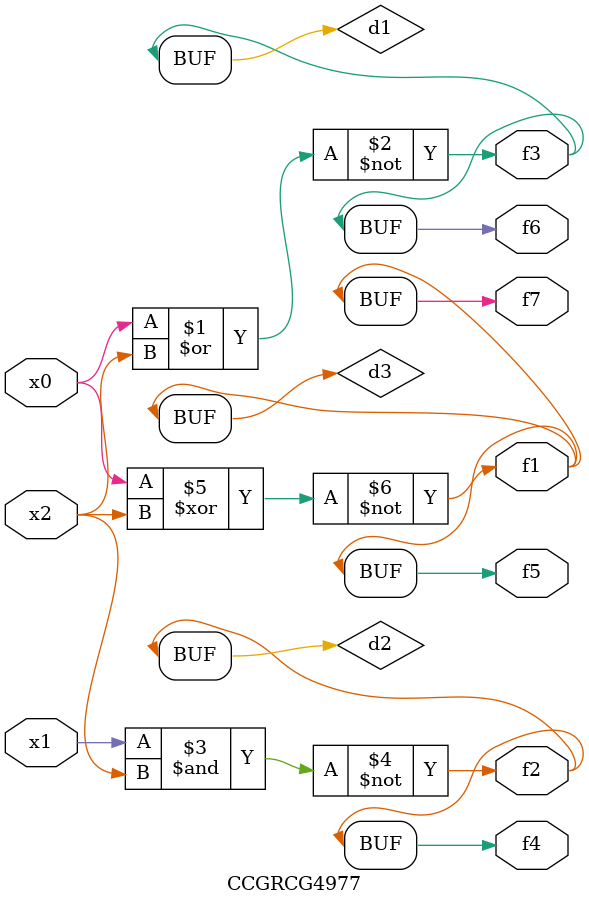
<source format=v>
module CCGRCG4977(
	input x0, x1, x2,
	output f1, f2, f3, f4, f5, f6, f7
);

	wire d1, d2, d3;

	nor (d1, x0, x2);
	nand (d2, x1, x2);
	xnor (d3, x0, x2);
	assign f1 = d3;
	assign f2 = d2;
	assign f3 = d1;
	assign f4 = d2;
	assign f5 = d3;
	assign f6 = d1;
	assign f7 = d3;
endmodule

</source>
